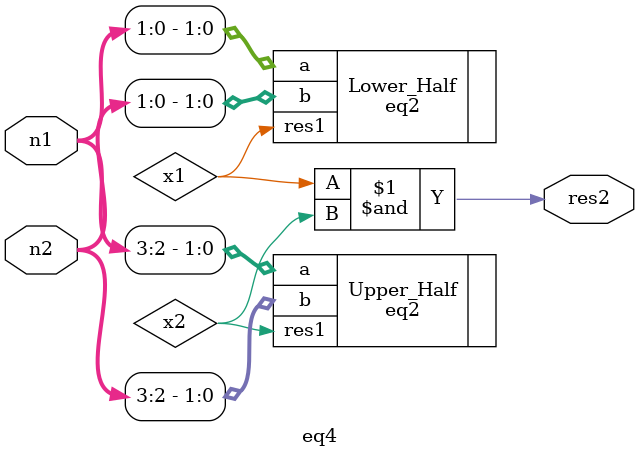
<source format=v>
`timescale 1 ns/10 ps

module eq4(
	input wire [3:0] n1, n2,
	output wire res2
);

wire x1, x2;

// Call to module eq2 which is 2 bit comparator
eq2 Lower_Half (.a(n1[1:0]), .b(n2[1:0]), .res1(x1));
eq2 Upper_Half (.a(n1[3:2]), .b(n2[3:2]), .res1(x2));

assign res2= x1 & x2;

endmodule
</source>
